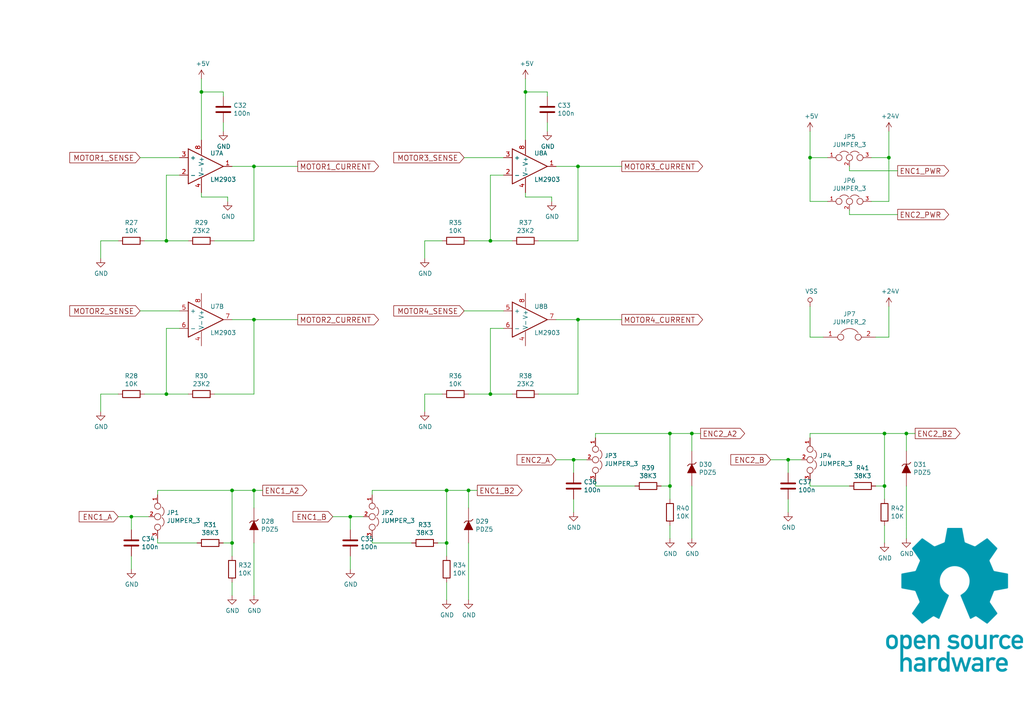
<source format=kicad_sch>
(kicad_sch (version 20231120) (generator "eeschema") (generator_version "8.0")
  (paper "A4")
  (title_block (title "Acondicionamiento señales") (date "2016-08-18") (rev "V.0.1") (company "ATMEGA328-Motor-Board") (comment 2 "Creada por Antonio Morales") (comment 3 "Documentación en https://github.com/AntonioMR/ATMEGA328-Motor-Board") (comment 4 "ATMEGA328-Motor-Board"))
  (lib_symbols
    (symbol "ATMEGA328_Motor_Board-rescue:+24V" (power) (pin_names (offset 0))
      (property "Value" "+24V" (at 0 3.556 0))
      (symbol "+24V_0_1"
        (polyline (pts (xy -0.762 1.27) (xy 0 2.54)))
        (polyline (pts (xy 0 0) (xy 0 2.54)))
        (polyline (pts (xy 0 2.54) (xy 0.762 1.27)))
      )
      (symbol "+24V_1_1"
        (pin power_in line (at 0 0 90) (length 0) hide (name "+24V") (number "1"))
      )
    )
    (symbol "ATMEGA328_Motor_Board-rescue:+5V" (power) (pin_names (offset 0))
      (property "Value" "+5V" (at 0 3.556 0))
      (symbol "+5V_0_1"
        (polyline (pts (xy -0.762 1.27) (xy 0 2.54)))
        (polyline (pts (xy 0 0) (xy 0 2.54)))
        (polyline (pts (xy 0 2.54) (xy 0.762 1.27)))
      )
      (symbol "+5V_1_1"
        (pin power_in line (at 0 0 90) (length 0) hide (name "+5V") (number "1"))
      )
    )
    (symbol "ATMEGA328_Motor_Board-rescue:C" (pin_numbers hide) (pin_names (offset 0.254))
      (property "Reference" "C" (at 0.635 2.54 0))
      (property "Value" "C" (at 0.635 -2.54 0))
      (symbol "C_0_1"
        (polyline (pts (xy -2.032 -0.762) (xy 2.032 -0.762)) (stroke (width 0.508)))
        (polyline (pts (xy -2.032 0.762) (xy 2.032 0.762)) (stroke (width 0.508)))
      )
      (symbol "C_1_1"
        (pin passive line (at 0 3.81 270) (length 2.794) (name "~") (number "1"))
        (pin passive line (at 0 -3.81 90) (length 2.794) (name "~") (number "2"))
      )
    )
    (symbol "ATMEGA328_Motor_Board-rescue:D_OPAM"
      (property "Reference" "U" (at 1.27 5.08 0))
      (property "Value" "D_OPAM" (at 1.27 -5.08 0))
      (symbol "D_OPAM_0_1"
        (polyline (pts (xy -3.81 5.08) (xy 6.35 0) (xy -3.81 -5.08) (xy -3.81 5.08)) (stroke (width 0.254)))
        (pin power_in line (at 0 -7.62 90) (length 4.191) (name "V-") (number "4"))
        (pin power_in line (at 0 7.62 270) (length 4.191) (name "V+") (number "8"))
      )
      (symbol "D_OPAM_1_1"
        (pin output line (at 8.89 0 180) (length 2.54) (name "~") (number "1"))
        (pin input line (at -6.35 -2.54 0) (length 2.54) (name "-") (number "2"))
        (pin input line (at -6.35 2.54 0) (length 2.54) (name "+") (number "3"))
      )
      (symbol "D_OPAM_2_1"
        (pin input line (at -6.35 2.54 0) (length 2.54) (name "+") (number "5"))
        (pin input line (at -6.35 -2.54 0) (length 2.54) (name "-") (number "6"))
        (pin output line (at 8.89 0 180) (length 2.54) (name "~") (number "7"))
      )
    )
    (symbol "ATMEGA328_Motor_Board-rescue:GND" (power) (pin_names (offset 0))
      (property "Value" "GND" (at 0 -3.81 0))
      (symbol "GND_0_1"
        (polyline (pts (xy 0 0) (xy 0 -1.27) (xy 1.27 -1.27) (xy 0 -2.54) (xy -1.27 -1.27) (xy 0 -1.27)))
      )
      (symbol "GND_1_1"
        (pin power_in line (at 0 0 270) (length 0) hide (name "GND") (number "1"))
      )
    )
    (symbol "ATMEGA328_Motor_Board-rescue:JUMPER_2" (pin_names (offset 0.762) hide)
      (property "Reference" "JP" (at 0 3.81 0))
      (property "Value" "JUMPER_2" (at 0 -2.032 0))
      (symbol "JUMPER_2_0_1"
        (circle (center -2.54 0) (radius 0.889))
        (arc (start 2.5146 1.27) (mid 0.0078 2.5097) (end -2.4892 1.27))
        (circle (center 2.54 0) (radius 0.889))
        (pin passive line (at -7.62 0 0) (length 4.191) (name "1") (number "1"))
        (pin passive line (at 7.62 0 180) (length 4.191) (name "2") (number "2"))
      )
    )
    (symbol "ATMEGA328_Motor_Board-rescue:JUMPER_3" (pin_names (offset 0.762) hide)
      (property "Reference" "JP" (at 1.27 -2.54 0))
      (property "Value" "JUMPER_3" (at 0 2.54 0))
      (symbol "JUMPER_3_0_1"
        (circle (center -3.048 0) (radius 0.889))
        (arc (start -0.254 1.27) (mid -1.524 1.8804) (end -2.794 1.27))
        (circle (center 0 0) (radius 0.9144))
        (arc (start 2.794 1.27) (mid 1.524 1.8804) (end 0.254 1.27))
        (circle (center 3.048 0) (radius 0.889))
        (pin passive line (at -6.35 0 0) (length 2.413) (name "1") (number "1"))
        (pin passive line (at 0 -2.54 90) (length 1.524) (name "2") (number "2"))
        (pin passive line (at 6.35 0 180) (length 2.413) (name "3") (number "3"))
      )
    )
    (symbol "ATMEGA328_Motor_Board-rescue:R" (pin_numbers hide) (pin_names (offset 0))
      (property "Reference" "R" (at 2.032 0 90))
      (property "Value" "R" (at 0 0 90))
      (symbol "R_0_1"
        (rectangle (start -1.016 -2.54) (end 1.016 2.54) (stroke (width 0.254)))
      )
      (symbol "R_1_1"
        (pin passive line (at 0 3.81 270) (length 1.27) (name "~") (number "1"))
        (pin passive line (at 0 -3.81 90) (length 1.27) (name "~") (number "2"))
      )
    )
    (symbol "ATMEGA328_Motor_Board-rescue:VSS" (power) (pin_names (offset 0))
      (property "Value" "VSS" (at 0 3.81 0))
      (symbol "VSS_0_1"
        (polyline (pts (xy 0 0) (xy 0 1.27)))
        (circle (center 0 1.905) (radius 0.635))
      )
      (symbol "VSS_1_1"
        (pin power_in line (at 0 0 90) (length 0) hide (name "VSS") (number "1"))
      )
    )
    (symbol "ATMEGA328_Motor_Board-rescue:ZENER" (pin_numbers hide) (pin_names (offset 1.016) hide)
      (property "Reference" "D" (at 0 2.54 0))
      (property "Value" "ZENER" (at 0 -2.54 0))
      (symbol "ZENER_0_1"
        (polyline (pts (xy -1.778 1.27) (xy -1.27 0.762) (xy -1.27 -0.762) (xy -0.762 -1.27) (xy -0.762 -1.27)) (stroke (width 0.2032)))
        (polyline (pts (xy -1.27 0) (xy 1.27 1.27) (xy 1.27 -1.27) (xy -1.27 0) (xy -1.27 0)) (fill (type outline)))
      )
      (symbol "ZENER_1_1"
        (pin passive line (at -5.08 0 0) (length 3.81) (name "K") (number "1"))
        (pin passive line (at 5.08 0 180) (length 3.81) (name "A") (number "2"))
      )
    )
  )
  (junction (at 200.66 125.73))
  (junction (at 257.81 45.72))
  (junction (at 67.31 142.24))
  (junction (at 73.66 142.24))
  (junction (at 142.24 69.85))
  (junction (at 194.31 125.73))
  (junction (at 73.66 48.26))
  (junction (at 152.4 26.67))
  (junction (at 167.64 92.71))
  (junction (at 38.1 149.86))
  (junction (at 142.24 114.3))
  (junction (at 135.89 142.24))
  (junction (at 167.64 48.26))
  (junction (at 129.54 142.24))
  (junction (at 194.31 140.97))
  (junction (at 262.89 125.73))
  (junction (at 48.26 69.85))
  (junction (at 67.31 157.48))
  (junction (at 234.95 45.72))
  (junction (at 101.6 149.86))
  (junction (at 228.6 133.35))
  (junction (at 58.42 26.67))
  (junction (at 256.54 125.73))
  (junction (at 166.37 133.35))
  (junction (at 256.54 140.97))
  (junction (at 129.54 157.48))
  (junction (at 73.66 92.71))
  (junction (at 48.26 114.3))
  (wire (pts (xy 107.95 143.51) (xy 107.95 142.24)))
  (wire (pts (xy 256.54 157.48) (xy 256.54 152.4)))
  (wire (pts (xy 41.91 114.3) (xy 48.26 114.3)))
  (wire (pts (xy 246.38 49.53) (xy 260.35 49.53)))
  (wire (pts (xy 48.26 50.8) (xy 52.07 50.8)))
  (wire (pts (xy 146.05 45.72) (xy 134.62 45.72)))
  (wire (pts (xy 161.29 133.35) (xy 166.37 133.35)))
  (wire (pts (xy 52.07 45.72) (xy 40.64 45.72)))
  (wire (pts (xy 67.31 142.24) (xy 67.31 157.48)))
  (wire (pts (xy 41.91 69.85) (xy 48.26 69.85)))
  (wire (pts (xy 166.37 137.16) (xy 166.37 133.35)))
  (wire (pts (xy 152.4 26.67) (xy 152.4 40.64)))
  (wire (pts (xy 200.66 130.81) (xy 200.66 125.73)))
  (wire (pts (xy 73.66 157.48) (xy 73.66 172.72)))
  (wire (pts (xy 166.37 148.59) (xy 166.37 144.78)))
  (wire (pts (xy 234.95 127) (xy 234.95 125.73)))
  (wire (pts (xy 73.66 48.26) (xy 73.66 69.85)))
  (wire (pts (xy 167.64 92.71) (xy 180.34 92.71)))
  (wire (pts (xy 58.42 57.15) (xy 66.04 57.15)))
  (wire (pts (xy 158.75 35.56) (xy 158.75 38.1)))
  (wire (pts (xy 107.95 157.48) (xy 119.38 157.48)))
  (wire (pts (xy 262.89 130.81) (xy 262.89 125.73)))
  (wire (pts (xy 257.81 58.42) (xy 252.73 58.42)))
  (wire (pts (xy 167.64 92.71) (xy 167.64 114.3)))
  (wire (pts (xy 73.66 114.3) (xy 62.23 114.3)))
  (wire (pts (xy 160.02 57.15) (xy 160.02 58.42)))
  (wire (pts (xy 167.64 48.26) (xy 180.34 48.26)))
  (wire (pts (xy 135.89 142.24) (xy 138.43 142.24)))
  (wire (pts (xy 152.4 57.15) (xy 160.02 57.15)))
  (wire (pts (xy 123.19 114.3) (xy 123.19 119.38)))
  (wire (pts (xy 234.95 140.97) (xy 234.95 139.7)))
  (wire (pts (xy 158.75 27.94) (xy 158.75 26.67)))
  (wire (pts (xy 158.75 26.67) (xy 152.4 26.67)))
  (wire (pts (xy 29.21 114.3) (xy 34.29 114.3)))
  (wire (pts (xy 234.95 58.42) (xy 240.03 58.42)))
  (wire (pts (xy 228.6 137.16) (xy 228.6 133.35)))
  (wire (pts (xy 45.72 157.48) (xy 57.15 157.48)))
  (wire (pts (xy 240.03 45.72) (xy 234.95 45.72)))
  (wire (pts (xy 234.95 140.97) (xy 246.38 140.97)))
  (wire (pts (xy 172.72 127) (xy 172.72 125.73)))
  (wire (pts (xy 38.1 149.86) (xy 43.18 149.86)))
  (wire (pts (xy 73.66 48.26) (xy 86.36 48.26)))
  (wire (pts (xy 167.64 48.26) (xy 167.64 69.85)))
  (wire (pts (xy 101.6 165.1) (xy 101.6 161.29)))
  (wire (pts (xy 66.04 57.15) (xy 66.04 58.42)))
  (wire (pts (xy 129.54 157.48) (xy 127 157.48)))
  (wire (pts (xy 238.76 97.79) (xy 234.95 97.79)))
  (wire (pts (xy 67.31 157.48) (xy 64.77 157.48)))
  (wire (pts (xy 48.26 69.85) (xy 48.26 50.8)))
  (wire (pts (xy 101.6 149.86) (xy 105.41 149.86)))
  (wire (pts (xy 135.89 157.48) (xy 135.89 173.99)))
  (wire (pts (xy 172.72 140.97) (xy 172.72 139.7)))
  (wire (pts (xy 252.73 45.72) (xy 257.81 45.72)))
  (wire (pts (xy 123.19 69.85) (xy 123.19 74.93)))
  (wire (pts (xy 142.24 69.85) (xy 142.24 50.8)))
  (wire (pts (xy 129.54 173.99) (xy 129.54 168.91)))
  (wire (pts (xy 167.64 114.3) (xy 156.21 114.3)))
  (wire (pts (xy 38.1 165.1) (xy 38.1 161.29)))
  (wire (pts (xy 67.31 92.71) (xy 73.66 92.71)))
  (wire (pts (xy 64.77 35.56) (xy 64.77 38.1)))
  (wire (pts (xy 257.81 88.9) (xy 257.81 97.79)))
  (wire (pts (xy 146.05 90.17) (xy 134.62 90.17)))
  (wire (pts (xy 257.81 45.72) (xy 257.81 58.42)))
  (wire (pts (xy 142.24 69.85) (xy 148.59 69.85)))
  (wire (pts (xy 142.24 50.8) (xy 146.05 50.8)))
  (wire (pts (xy 194.31 125.73) (xy 194.31 140.97)))
  (wire (pts (xy 223.52 133.35) (xy 228.6 133.35)))
  (wire (pts (xy 142.24 95.25) (xy 146.05 95.25)))
  (wire (pts (xy 228.6 133.35) (xy 232.41 133.35)))
  (wire (pts (xy 67.31 157.48) (xy 67.31 161.29)))
  (wire (pts (xy 73.66 142.24) (xy 76.2 142.24)))
  (wire (pts (xy 246.38 62.23) (xy 260.35 62.23)))
  (wire (pts (xy 152.4 55.88) (xy 152.4 57.15)))
  (wire (pts (xy 167.64 69.85) (xy 156.21 69.85)))
  (wire (pts (xy 194.31 152.4) (xy 194.31 156.21)))
  (wire (pts (xy 67.31 142.24) (xy 73.66 142.24)))
  (wire (pts (xy 48.26 114.3) (xy 54.61 114.3)))
  (wire (pts (xy 107.95 157.48) (xy 107.95 156.21)))
  (wire (pts (xy 123.19 114.3) (xy 128.27 114.3)))
  (wire (pts (xy 45.72 157.48) (xy 45.72 156.21)))
  (wire (pts (xy 45.72 143.51) (xy 45.72 142.24)))
  (wire (pts (xy 262.89 125.73) (xy 265.43 125.73)))
  (wire (pts (xy 257.81 38.1) (xy 257.81 45.72)))
  (wire (pts (xy 135.89 147.32) (xy 135.89 142.24)))
  (wire (pts (xy 58.42 22.86) (xy 58.42 26.67)))
  (wire (pts (xy 29.21 114.3) (xy 29.21 119.38)))
  (wire (pts (xy 234.95 38.1) (xy 234.95 45.72)))
  (wire (pts (xy 256.54 125.73) (xy 262.89 125.73)))
  (wire (pts (xy 48.26 95.25) (xy 52.07 95.25)))
  (wire (pts (xy 142.24 114.3) (xy 148.59 114.3)))
  (wire (pts (xy 246.38 48.26) (xy 246.38 49.53)))
  (wire (pts (xy 45.72 142.24) (xy 67.31 142.24)))
  (wire (pts (xy 129.54 157.48) (xy 129.54 161.29)))
  (wire (pts (xy 64.77 26.67) (xy 58.42 26.67)))
  (wire (pts (xy 64.77 27.94) (xy 64.77 26.67)))
  (wire (pts (xy 34.29 149.86) (xy 38.1 149.86)))
  (wire (pts (xy 73.66 92.71) (xy 86.36 92.71)))
  (wire (pts (xy 234.95 45.72) (xy 234.95 58.42)))
  (wire (pts (xy 29.21 69.85) (xy 29.21 74.93)))
  (wire (pts (xy 142.24 114.3) (xy 142.24 95.25)))
  (wire (pts (xy 135.89 114.3) (xy 142.24 114.3)))
  (wire (pts (xy 129.54 142.24) (xy 129.54 157.48)))
  (wire (pts (xy 52.07 90.17) (xy 40.64 90.17)))
  (wire (pts (xy 234.95 125.73) (xy 256.54 125.73)))
  (wire (pts (xy 38.1 153.67) (xy 38.1 149.86)))
  (wire (pts (xy 48.26 69.85) (xy 54.61 69.85)))
  (wire (pts (xy 256.54 140.97) (xy 256.54 144.78)))
  (wire (pts (xy 161.29 92.71) (xy 167.64 92.71)))
  (wire (pts (xy 161.29 48.26) (xy 167.64 48.26)))
  (wire (pts (xy 135.89 69.85) (xy 142.24 69.85)))
  (wire (pts (xy 200.66 140.97) (xy 200.66 156.21)))
  (wire (pts (xy 129.54 142.24) (xy 135.89 142.24)))
  (wire (pts (xy 194.31 125.73) (xy 200.66 125.73)))
  (wire (pts (xy 262.89 156.21) (xy 262.89 140.97)))
  (wire (pts (xy 123.19 69.85) (xy 128.27 69.85)))
  (wire (pts (xy 200.66 125.73) (xy 203.2 125.73)))
  (wire (pts (xy 48.26 114.3) (xy 48.26 95.25)))
  (wire (pts (xy 256.54 140.97) (xy 254 140.97)))
  (wire (pts (xy 246.38 60.96) (xy 246.38 62.23)))
  (wire (pts (xy 107.95 142.24) (xy 129.54 142.24)))
  (wire (pts (xy 194.31 140.97) (xy 191.77 140.97)))
  (wire (pts (xy 67.31 168.91) (xy 67.31 172.72)))
  (wire (pts (xy 256.54 125.73) (xy 256.54 140.97)))
  (wire (pts (xy 101.6 153.67) (xy 101.6 149.86)))
  (wire (pts (xy 257.81 97.79) (xy 254 97.79)))
  (wire (pts (xy 194.31 140.97) (xy 194.31 144.78)))
  (wire (pts (xy 234.95 97.79) (xy 234.95 88.9)))
  (wire (pts (xy 58.42 55.88) (xy 58.42 57.15)))
  (wire (pts (xy 73.66 92.71) (xy 73.66 114.3)))
  (wire (pts (xy 58.42 26.67) (xy 58.42 40.64)))
  (wire (pts (xy 73.66 147.32) (xy 73.66 142.24)))
  (wire (pts (xy 152.4 22.86) (xy 152.4 26.67)))
  (wire (pts (xy 73.66 69.85) (xy 62.23 69.85)))
  (wire (pts (xy 166.37 133.35) (xy 170.18 133.35)))
  (wire (pts (xy 96.52 149.86) (xy 101.6 149.86)))
  (wire (pts (xy 29.21 69.85) (xy 34.29 69.85)))
  (wire (pts (xy 228.6 148.59) (xy 228.6 144.78)))
  (wire (pts (xy 172.72 140.97) (xy 184.15 140.97)))
  (wire (pts (xy 67.31 48.26) (xy 73.66 48.26)))
  (wire (pts (xy 172.72 125.73) (xy 194.31 125.73)))
  (image (at 276.86 173.99) (scale 1.32))
  (global_label "ENC1_B" (shape input) (at 96.52 149.86 180) (effects (font (size 1.524 1.524))) (property "Intersheetrefs" "${INTERSHEET_REFS}" (effects (hide yes))))
  (global_label "MOTOR3_SENSE" (shape input) (at 134.62 45.72 180) (effects (font (size 1.524 1.524))) (property "Intersheetrefs" "${INTERSHEET_REFS}" (effects (hide yes))))
  (global_label "ENC1_A2" (shape output) (at 76.2 142.24 0) (effects (font (size 1.524 1.524))) (property "Intersheetrefs" "${INTERSHEET_REFS}" (effects (hide yes))))
  (global_label "ENC2_A2" (shape output) (at 203.2 125.73 0) (effects (font (size 1.524 1.524))) (property "Intersheetrefs" "${INTERSHEET_REFS}" (effects (hide yes))))
  (global_label "MOTOR4_CURRENT" (shape output) (at 180.34 92.71 0) (effects (font (size 1.524 1.524))) (property "Intersheetrefs" "${INTERSHEET_REFS}" (effects (hide yes))))
  (global_label "MOTOR3_CURRENT" (shape output) (at 180.34 48.26 0) (effects (font (size 1.524 1.524))) (property "Intersheetrefs" "${INTERSHEET_REFS}" (effects (hide yes))))
  (global_label "ENC1_A" (shape input) (at 34.29 149.86 180) (effects (font (size 1.524 1.524))) (property "Intersheetrefs" "${INTERSHEET_REFS}" (effects (hide yes))))
  (global_label "MOTOR2_CURRENT" (shape output) (at 86.36 92.71 0) (effects (font (size 1.524 1.524))) (property "Intersheetrefs" "${INTERSHEET_REFS}" (effects (hide yes))))
  (global_label "ENC2_B2" (shape output) (at 265.43 125.73 0) (effects (font (size 1.524 1.524))) (property "Intersheetrefs" "${INTERSHEET_REFS}" (effects (hide yes))))
  (global_label "ENC2_PWR" (shape output) (at 260.35 62.23 0) (effects (font (size 1.524 1.524))) (property "Intersheetrefs" "${INTERSHEET_REFS}" (effects (hide yes))))
  (global_label "ENC2_B" (shape input) (at 223.52 133.35 180) (effects (font (size 1.524 1.524))) (property "Intersheetrefs" "${INTERSHEET_REFS}" (effects (hide yes))))
  (global_label "MOTOR1_SENSE" (shape input) (at 40.64 45.72 180) (effects (font (size 1.524 1.524))) (property "Intersheetrefs" "${INTERSHEET_REFS}" (effects (hide yes))))
  (global_label "ENC2_A" (shape input) (at 161.29 133.35 180) (effects (font (size 1.524 1.524))) (property "Intersheetrefs" "${INTERSHEET_REFS}" (effects (hide yes))))
  (global_label "ENC1_B2" (shape output) (at 138.43 142.24 0) (effects (font (size 1.524 1.524))) (property "Intersheetrefs" "${INTERSHEET_REFS}" (effects (hide yes))))
  (global_label "MOTOR2_SENSE" (shape input) (at 40.64 90.17 180) (effects (font (size 1.524 1.524))) (property "Intersheetrefs" "${INTERSHEET_REFS}" (effects (hide yes))))
  (global_label "ENC1_PWR" (shape output) (at 260.35 49.53 0) (effects (font (size 1.524 1.524))) (property "Intersheetrefs" "${INTERSHEET_REFS}" (effects (hide yes))))
  (global_label "MOTOR1_CURRENT" (shape output) (at 86.36 48.26 0) (effects (font (size 1.524 1.524))) (property "Intersheetrefs" "${INTERSHEET_REFS}" (effects (hide yes))))
  (global_label "MOTOR4_SENSE" (shape input) (at 134.62 90.17 180) (effects (font (size 1.524 1.524))) (property "Intersheetrefs" "${INTERSHEET_REFS}" (effects (hide yes))))
  (symbol (lib_id "ATMEGA328_Motor_Board-rescue:D_OPAM") (at 58.42 48.26 0) (unit 1)
    (property "Reference" "U7" (at 60.96 44.45 0) (effects (justify left)))
    (property "Value" "LM2903" (at 60.96 52.07 0) (effects (justify left)))
    (property "Footprint" "Housings_SSOP:TSSOP-8_4.4x3mm_Pitch0.65mm" (effects (hide yes)))
    (property "Fabricante" "ti" (effects (hide yes)))
    (property "Ref" "LM2903PWR" (effects (hide yes)))
    (property "Provedor" "tme" (effects (hide yes)))
    (property "Ref_Proveedor" "LM2903PWR" (effects (hide yes)))
  )
  (symbol (lib_id "ATMEGA328_Motor_Board-rescue:R") (at 58.42 69.85 270) (unit 1)
    (property "Reference" "R29" (at 58.42 64.5922 90))
    (property "Value" "23K2" (at 58.42 66.9036 90))
    (property "Footprint" "Resistors_SMD:R_0805" (effects (hide yes)))
    (property "Fabricante" "VISHAY" (effects (hide yes)))
    (property "Ref" "CRCW080523K2FKTABC" (effects (hide yes)))
    (property "Provedor" "tme" (effects (hide yes)))
    (property "Ref_Proveedor" "CRCW080523K2FKTABC" (effects (hide yes)))
  )
  (symbol (lib_id "ATMEGA328_Motor_Board-rescue:R") (at 38.1 69.85 270) (unit 1)
    (property "Reference" "R27" (at 38.1 64.5922 90))
    (property "Value" "10K" (at 38.1 66.9036 90))
    (property "Footprint" "Resistors_SMD:R_0805" (effects (hide yes)))
    (property "Fabricante" "vishay" (effects (hide yes)))
    (property "Ref" "CRCW080510K0FKEA" (effects (hide yes)))
    (property "Potencia" "0.125W" (effects (hide yes)))
    (property "Tolerancia" "1%" (effects (hide yes)))
    (property "Provedor" "tme" (effects (hide yes)))
    (property "Ref_Proveedor" "CRCW080510K0FKEA" (effects (hide yes)))
  )
  (symbol (lib_id "ATMEGA328_Motor_Board-rescue:GND") (at 29.21 74.93 0) (unit 1)
    (property "Reference" "#PWR082" (effects (hide yes)))
    (property "Value" "GND" (at 29.337 79.3242 0))
  )
  (symbol (lib_id "ATMEGA328_Motor_Board-rescue:R") (at 58.42 114.3 270) (unit 1)
    (property "Reference" "R30" (at 58.42 109.0422 90))
    (property "Value" "23K2" (at 58.42 111.3536 90))
    (property "Footprint" "Resistors_SMD:R_0805" (effects (hide yes)))
    (property "Fabricante" "VISHAY" (effects (hide yes)))
    (property "Ref" "CRCW080523K2FKTABC" (effects (hide yes)))
    (property "Provedor" "tme" (effects (hide yes)))
    (property "Ref_Proveedor" "CRCW080523K2FKTABC" (effects (hide yes)))
  )
  (symbol (lib_id "ATMEGA328_Motor_Board-rescue:R") (at 38.1 114.3 270) (unit 1)
    (property "Reference" "R28" (at 38.1 109.0422 90))
    (property "Value" "10K" (at 38.1 111.3536 90))
    (property "Footprint" "Resistors_SMD:R_0805" (effects (hide yes)))
    (property "Fabricante" "vishay" (effects (hide yes)))
    (property "Ref" "CRCW080510K0FKEA" (effects (hide yes)))
    (property "Potencia" "0.125W" (effects (hide yes)))
    (property "Tolerancia" "1%" (effects (hide yes)))
    (property "Provedor" "tme" (effects (hide yes)))
    (property "Ref_Proveedor" "CRCW080510K0FKEA" (effects (hide yes)))
  )
  (symbol (lib_id "ATMEGA328_Motor_Board-rescue:GND") (at 29.21 119.38 0) (unit 1)
    (property "Reference" "#PWR083" (effects (hide yes)))
    (property "Value" "GND" (at 29.337 123.7742 0))
  )
  (symbol (lib_id "ATMEGA328_Motor_Board-rescue:D_OPAM") (at 58.42 92.71 0) (unit 2)
    (property "Reference" "U7" (at 60.96 88.9 0) (effects (justify left)))
    (property "Value" "LM2903" (at 60.96 96.52 0) (effects (justify left)))
    (property "Footprint" "Housings_SSOP:TSSOP-8_4.4x3mm_Pitch0.65mm" (effects (hide yes)))
    (property "Fabricante" "ti" (effects (hide yes)))
    (property "Provedor" "tme" (effects (hide yes)))
    (property "Ref_Proveedor" "LM2903PWR" (effects (hide yes)))
  )
  (symbol (lib_id "ATMEGA328_Motor_Board-rescue:C") (at 64.77 31.75 0) (unit 1)
    (property "Reference" "C32" (at 67.691 30.5816 0) (effects (justify left)))
    (property "Value" "100n" (at 67.691 32.893 0) (effects (justify left)))
    (property "Footprint" "Capacitors_SMD:C_0805" (effects (hide yes)))
    (property "Fabricante" "avx" (effects (hide yes)))
    (property "Ref" "08055C104K4T2A" (effects (hide yes)))
    (property "Ref_Proveedor" "tme" (effects (hide yes)))
    (property "tme" "08055C104K4T2A" (effects (hide yes)))
  )
  (symbol (lib_id "ATMEGA328_Motor_Board-rescue:GND") (at 66.04 58.42 0) (unit 1)
    (property "Reference" "#PWR084" (effects (hide yes)))
    (property "Value" "GND" (at 66.167 62.8142 0))
  )
  (symbol (lib_id "ATMEGA328_Motor_Board-rescue:GND") (at 64.77 38.1 0) (unit 1)
    (property "Reference" "#PWR085" (effects (hide yes)))
    (property "Value" "GND" (at 64.897 42.4942 0))
  )
  (symbol (lib_id "ATMEGA328_Motor_Board-rescue:+5V") (at 58.42 22.86 0) (unit 1)
    (property "Reference" "#PWR086" (effects (hide yes)))
    (property "Value" "+5V" (at 58.801 18.4658 0))
  )
  (symbol (lib_id "ATMEGA328_Motor_Board-rescue:+24V") (at 257.81 38.1 0) (unit 1)
    (property "Reference" "#PWR0101" (effects (hide yes)))
    (property "Value" "+24V" (at 258.191 33.7058 0))
  )
  (symbol (lib_id "ATMEGA328_Motor_Board-rescue:JUMPER_2") (at 246.38 97.79 0) (unit 1)
    (property "Reference" "JP7" (at 246.38 91.0844 0))
    (property "Value" "JUMPER_2" (at 246.38 93.3958 0))
    (property "Footprint" "Pin_Headers:Pin_Header_Straight_1x02" (effects (hide yes)))
    (property "Fabricante" "NINIGI" (effects (hide yes)))
    (property "Ref" "JUMPER-B" (effects (hide yes)))
    (property "Provedor" "tme" (effects (hide yes)))
    (property "Ref_Proveedor" "JUMPER-B" (effects (hide yes)))
  )
  (symbol (lib_id "ATMEGA328_Motor_Board-rescue:VSS") (at 234.95 88.9 0) (unit 1)
    (property "Reference" "#PWR0102" (effects (hide yes)))
    (property "Value" "VSS" (at 235.3818 84.5058 0))
  )
  (symbol (lib_id "ATMEGA328_Motor_Board-rescue:+24V") (at 257.81 88.9 0) (unit 1)
    (property "Reference" "#PWR0103" (effects (hide yes)))
    (property "Value" "+24V" (at 258.191 84.5058 0))
  )
  (symbol (lib_id "ATMEGA328_Motor_Board-rescue:D_OPAM") (at 152.4 48.26 0) (unit 1)
    (property "Reference" "U8" (at 154.94 44.45 0) (effects (justify left)))
    (property "Value" "LM2903" (at 154.94 52.07 0) (effects (justify left)))
    (property "Footprint" "Housings_SSOP:TSSOP-8_4.4x3mm_Pitch0.65mm" (effects (hide yes)))
    (property "Fabricante" "ti" (effects (hide yes)))
    (property "Ref" "LM2903PWR" (effects (hide yes)))
    (property "Provedor" "tme" (effects (hide yes)))
    (property "Ref_Proveedor" "LM2903PWR" (effects (hide yes)))
  )
  (symbol (lib_id "ATMEGA328_Motor_Board-rescue:R") (at 152.4 69.85 270) (unit 1)
    (property "Reference" "R37" (at 152.4 64.5922 90))
    (property "Value" "23K2" (at 152.4 66.9036 90))
    (property "Footprint" "Resistors_SMD:R_0805" (effects (hide yes)))
    (property "Fabricante" "VISHAY" (effects (hide yes)))
    (property "Ref" "CRCW080523K2FKTABC" (effects (hide yes)))
    (property "Provedor" "tme" (effects (hide yes)))
    (property "Ref_Proveedor" "CRCW080523K2FKTABC" (effects (hide yes)))
  )
  (symbol (lib_id "ATMEGA328_Motor_Board-rescue:R") (at 132.08 69.85 270) (unit 1)
    (property "Reference" "R35" (at 132.08 64.5922 90))
    (property "Value" "10K" (at 132.08 66.9036 90))
    (property "Footprint" "Resistors_SMD:R_0805" (effects (hide yes)))
    (property "Fabricante" "vishay" (effects (hide yes)))
    (property "Ref" "CRCW080510K0FKEA" (effects (hide yes)))
    (property "Potencia" "0.125W" (effects (hide yes)))
    (property "Tolerancia" "1%" (effects (hide yes)))
    (property "Provedor" "tme" (effects (hide yes)))
    (property "Ref_Proveedor" "CRCW080510K0FKEA" (effects (hide yes)))
  )
  (symbol (lib_id "ATMEGA328_Motor_Board-rescue:GND") (at 123.19 74.93 0) (unit 1)
    (property "Reference" "#PWR087" (effects (hide yes)))
    (property "Value" "GND" (at 123.317 79.3242 0))
  )
  (symbol (lib_id "ATMEGA328_Motor_Board-rescue:R") (at 152.4 114.3 270) (unit 1)
    (property "Reference" "R38" (at 152.4 109.0422 90))
    (property "Value" "23K2" (at 152.4 111.3536 90))
    (property "Footprint" "Resistors_SMD:R_0805" (effects (hide yes)))
    (property "Fabricante" "VISHAY" (effects (hide yes)))
    (property "Ref" "CRCW080523K2FKTABC" (effects (hide yes)))
    (property "Provedor" "tme" (effects (hide yes)))
    (property "Ref_Proveedor" "CRCW080523K2FKTABC" (effects (hide yes)))
  )
  (symbol (lib_id "ATMEGA328_Motor_Board-rescue:R") (at 132.08 114.3 270) (unit 1)
    (property "Reference" "R36" (at 132.08 109.0422 90))
    (property "Value" "10K" (at 132.08 111.3536 90))
    (property "Footprint" "Resistors_SMD:R_0805" (effects (hide yes)))
    (property "Fabricante" "vishay" (effects (hide yes)))
    (property "Ref" "CRCW080510K0FKEA" (effects (hide yes)))
    (property "Potencia" "0.125W" (effects (hide yes)))
    (property "Tolerancia" "1%" (effects (hide yes)))
    (property "Provedor" "tme" (effects (hide yes)))
    (property "Ref_Proveedor" "CRCW080510K0FKEA" (effects (hide yes)))
  )
  (symbol (lib_id "ATMEGA328_Motor_Board-rescue:GND") (at 123.19 119.38 0) (unit 1)
    (property "Reference" "#PWR088" (effects (hide yes)))
    (property "Value" "GND" (at 123.317 123.7742 0))
  )
  (symbol (lib_id "ATMEGA328_Motor_Board-rescue:D_OPAM") (at 152.4 92.71 0) (unit 2)
    (property "Reference" "U8" (at 154.94 88.9 0) (effects (justify left)))
    (property "Value" "LM2903" (at 154.94 96.52 0) (effects (justify left)))
    (property "Footprint" "Housings_SSOP:TSSOP-8_4.4x3mm_Pitch0.65mm" (effects (hide yes)))
    (property "Fabricante" "ti" (effects (hide yes)))
    (property "Provedor" "tme" (effects (hide yes)))
    (property "Ref_Proveedor" "LM2903PWR" (effects (hide yes)))
  )
  (symbol (lib_id "ATMEGA328_Motor_Board-rescue:C") (at 158.75 31.75 0) (unit 1)
    (property "Reference" "C33" (at 161.671 30.5816 0) (effects (justify left)))
    (property "Value" "100n" (at 161.671 32.893 0) (effects (justify left)))
    (property "Footprint" "Capacitors_SMD:C_0805" (effects (hide yes)))
    (property "Fabricante" "avx" (effects (hide yes)))
    (property "Ref" "08055C104K4T2A" (effects (hide yes)))
    (property "Ref_Proveedor" "tme" (effects (hide yes)))
    (property "tme" "08055C104K4T2A" (effects (hide yes)))
  )
  (symbol (lib_id "ATMEGA328_Motor_Board-rescue:GND") (at 160.02 58.42 0) (unit 1)
    (property "Reference" "#PWR089" (effects (hide yes)))
    (property "Value" "GND" (at 160.147 62.8142 0))
  )
  (symbol (lib_id "ATMEGA328_Motor_Board-rescue:GND") (at 158.75 38.1 0) (unit 1)
    (property "Reference" "#PWR090" (effects (hide yes)))
    (property "Value" "GND" (at 158.877 42.4942 0))
  )
  (symbol (lib_id "ATMEGA328_Motor_Board-rescue:+5V") (at 152.4 22.86 0) (unit 1)
    (property "Reference" "#PWR091" (effects (hide yes)))
    (property "Value" "+5V" (at 152.781 18.4658 0))
  )
  (symbol (lib_id "ATMEGA328_Motor_Board-rescue:JUMPER_3") (at 246.38 45.72 0) (unit 1)
    (property "Reference" "JP5" (at 246.38 39.6494 0))
    (property "Value" "JUMPER_3" (at 246.38 41.9608 0))
    (property "Footprint" "Pin_Headers:Pin_Header_Straight_1x03" (effects (hide yes)))
    (property "Fabricante" "NINIGI" (effects (hide yes)))
    (property "Ref" "JUMPER-W" (effects (hide yes)))
    (property "Provedor" "tme" (effects (hide yes)))
    (property "Ref_Proveedor" "JUMPER-W" (effects (hide yes)))
  )
  (symbol (lib_id "ATMEGA328_Motor_Board-rescue:JUMPER_3") (at 246.38 58.42 0) (unit 1)
    (property "Reference" "JP6" (at 246.38 52.3494 0))
    (property "Value" "JUMPER_3" (at 246.38 54.6608 0))
    (property "Footprint" "Pin_Headers:Pin_Header_Straight_1x03" (effects (hide yes)))
    (property "Fabricante" "NINIGI" (effects (hide yes)))
    (property "Ref" "JUMPER-Y" (effects (hide yes)))
    (property "Provedor" "tme" (effects (hide yes)))
    (property "Ref_Proveedor" "JUMPER-Y" (effects (hide yes)))
  )
  (symbol (lib_id "ATMEGA328_Motor_Board-rescue:+5V") (at 234.95 38.1 0) (unit 1)
    (property "Reference" "#PWR092" (effects (hide yes)))
    (property "Value" "+5V" (at 235.331 33.7058 0))
  )
  (symbol (lib_id "ATMEGA328_Motor_Board-rescue:JUMPER_3") (at 45.72 149.86 270) (unit 1)
    (property "Reference" "JP1" (at 48.3108 148.6916 90) (effects (justify left)))
    (property "Value" "JUMPER_3" (at 48.3108 151.003 90) (effects (justify left)))
    (property "Footprint" "Pin_Headers:Pin_Header_Straight_1x03" (effects (hide yes)))
    (property "Fabricante" "NINIGI" (effects (hide yes)))
    (property "Ref" "JUMPER-W" (effects (hide yes)))
    (property "Provedor" "tme" (effects (hide yes)))
    (property "Ref_Proveedor" "JUMPER-W" (effects (hide yes)))
  )
  (symbol (lib_id "ATMEGA328_Motor_Board-rescue:JUMPER_3") (at 107.95 149.86 270) (unit 1)
    (property "Reference" "JP2" (at 110.5408 148.6916 90) (effects (justify left)))
    (property "Value" "JUMPER_3" (at 110.5408 151.003 90) (effects (justify left)))
    (property "Footprint" "Pin_Headers:Pin_Header_Straight_1x03" (effects (hide yes)))
    (property "Fabricante" "NINIGI" (effects (hide yes)))
    (property "Ref" "JUMPER-W" (effects (hide yes)))
    (property "Provedor" "tme" (effects (hide yes)))
    (property "Ref_Proveedor" "JUMPER-W" (effects (hide yes)))
  )
  (symbol (lib_id "ATMEGA328_Motor_Board-rescue:R") (at 60.96 157.48 270) (unit 1)
    (property "Reference" "R31" (at 60.96 152.2222 90))
    (property "Value" "38K3" (at 60.96 154.5336 90))
    (property "Footprint" "Resistors_SMD:R_0805" (effects (hide yes)))
    (property "Fabricante" "VISHAY" (effects (hide yes)))
    (property "Ref" "CRCW080538K3FKTABC" (effects (hide yes)))
    (property "Provedor" "tme" (effects (hide yes)))
    (property "Ref_Proveedor" "CRCW080538K3FKTABC" (effects (hide yes)))
  )
  (symbol (lib_id "ATMEGA328_Motor_Board-rescue:R") (at 123.19 157.48 270) (unit 1)
    (property "Reference" "R33" (at 123.19 152.2222 90))
    (property "Value" "38K3" (at 123.19 154.5336 90))
    (property "Footprint" "Resistors_SMD:R_0805" (effects (hide yes)))
    (property "Fabricante" "VISHAY" (effects (hide yes)))
    (property "Ref" "CRCW080538K3FKTABC" (effects (hide yes)))
    (property "Provedor" "tme" (effects (hide yes)))
    (property "Ref_Proveedor" "CRCW080538K3FKTABC" (effects (hide yes)))
  )
  (symbol (lib_id "ATMEGA328_Motor_Board-rescue:R") (at 67.31 165.1 0) (unit 1)
    (property "Reference" "R32" (at 69.088 163.9316 0) (effects (justify left)))
    (property "Value" "10K" (at 69.088 166.243 0) (effects (justify left)))
    (property "Footprint" "Resistors_SMD:R_0805" (effects (hide yes)))
    (property "Fabricante" "vishay" (effects (hide yes)))
    (property "Ref" "CRCW080510K0FKEA" (effects (hide yes)))
    (property "Potencia" "0.125W" (effects (hide yes)))
    (property "Tolerancia" "1%" (effects (hide yes)))
    (property "Provedor" "tme" (effects (hide yes)))
    (property "Ref_Proveedor" "CRCW080510K0FKEA" (effects (hide yes)))
  )
  (symbol (lib_id "ATMEGA328_Motor_Board-rescue:R") (at 129.54 165.1 0) (unit 1)
    (property "Reference" "R34" (at 131.318 163.9316 0) (effects (justify left)))
    (property "Value" "10K" (at 131.318 166.243 0) (effects (justify left)))
    (property "Footprint" "Resistors_SMD:R_0805" (effects (hide yes)))
    (property "Fabricante" "vishay" (effects (hide yes)))
    (property "Ref" "CRCW080510K0FKEA" (effects (hide yes)))
    (property "Potencia" "0.125W" (effects (hide yes)))
    (property "Tolerancia" "1%" (effects (hide yes)))
    (property "Provedor" "tme" (effects (hide yes)))
    (property "Ref_Proveedor" "CRCW080510K0FKEA" (effects (hide yes)))
  )
  (symbol (lib_id "ATMEGA328_Motor_Board-rescue:GND") (at 129.54 173.99 0) (unit 1)
    (property "Reference" "#PWR093" (effects (hide yes)))
    (property "Value" "GND" (at 129.667 178.3842 0))
  )
  (symbol (lib_id "ATMEGA328_Motor_Board-rescue:GND") (at 67.31 172.72 0) (unit 1)
    (property "Reference" "#PWR094" (effects (hide yes)))
    (property "Value" "GND" (at 67.437 177.1142 0))
  )
  (symbol (lib_id "ATMEGA328_Motor_Board-rescue:JUMPER_3") (at 172.72 133.35 270) (unit 1)
    (property "Reference" "JP3" (at 175.3108 132.1816 90) (effects (justify left)))
    (property "Value" "JUMPER_3" (at 175.3108 134.493 90) (effects (justify left)))
    (property "Footprint" "Pin_Headers:Pin_Header_Straight_1x03" (effects (hide yes)))
    (property "Fabricante" "NINIGI" (effects (hide yes)))
    (property "Ref" "JUMPER-Y" (effects (hide yes)))
    (property "Provedor" "tme" (effects (hide yes)))
    (property "Ref_Proveedor" "JUMPER-Y" (effects (hide yes)))
  )
  (symbol (lib_id "ATMEGA328_Motor_Board-rescue:JUMPER_3") (at 234.95 133.35 270) (unit 1)
    (property "Reference" "JP4" (at 237.5408 132.1816 90) (effects (justify left)))
    (property "Value" "JUMPER_3" (at 237.5408 134.493 90) (effects (justify left)))
    (property "Footprint" "Pin_Headers:Pin_Header_Straight_1x03" (effects (hide yes)))
    (property "Fabricante" "NINIGI" (effects (hide yes)))
    (property "Ref" "JUMPER-W" (effects (hide yes)))
    (property "Provedor" "tme" (effects (hide yes)))
    (property "Ref_Proveedor" "JUMPER-W" (effects (hide yes)))
  )
  (symbol (lib_id "ATMEGA328_Motor_Board-rescue:R") (at 187.96 140.97 270) (unit 1)
    (property "Reference" "R39" (at 187.96 135.7122 90))
    (property "Value" "38K3" (at 187.96 138.0236 90))
    (property "Footprint" "Resistors_SMD:R_0805" (effects (hide yes)))
    (property "Fabricante" "VISHAY" (effects (hide yes)))
    (property "Ref" "CRCW080538K3FKTABC" (effects (hide yes)))
    (property "Provedor" "tme" (effects (hide yes)))
    (property "Ref_Proveedor" "CRCW080538K3FKTABC" (effects (hide yes)))
  )
  (symbol (lib_id "ATMEGA328_Motor_Board-rescue:R") (at 250.19 140.97 270) (unit 1)
    (property "Reference" "R41" (at 250.19 135.7122 90))
    (property "Value" "38K3" (at 250.19 138.0236 90))
    (property "Footprint" "Resistors_SMD:R_0805" (effects (hide yes)))
    (property "Fabricante" "VISHAY" (effects (hide yes)))
    (property "Ref" "CRCW080538K3FKTABC" (effects (hide yes)))
    (property "Provedor" "tme" (effects (hide yes)))
    (property "Ref_Proveedor" "CRCW080538K3FKTABC" (effects (hide yes)))
  )
  (symbol (lib_id "ATMEGA328_Motor_Board-rescue:R") (at 194.31 148.59 0) (unit 1)
    (property "Reference" "R40" (at 196.088 147.4216 0) (effects (justify left)))
    (property "Value" "10K" (at 196.088 149.733 0) (effects (justify left)))
    (property "Footprint" "Resistors_SMD:R_0805" (effects (hide yes)))
    (property "Fabricante" "vishay" (effects (hide yes)))
    (property "Ref" "CRCW080510K0FKEA" (effects (hide yes)))
    (property "Potencia" "0.125W" (effects (hide yes)))
    (property "Tolerancia" "1%" (effects (hide yes)))
    (property "Provedor" "tme" (effects (hide yes)))
    (property "Ref_Proveedor" "CRCW080510K0FKEA" (effects (hide yes)))
  )
  (symbol (lib_id "ATMEGA328_Motor_Board-rescue:R") (at 256.54 148.59 0) (unit 1)
    (property "Reference" "R42" (at 258.318 147.4216 0) (effects (justify left)))
    (property "Value" "10K" (at 258.318 149.733 0) (effects (justify left)))
    (property "Footprint" "Resistors_SMD:R_0805" (effects (hide yes)))
    (property "Fabricante" "vishay" (effects (hide yes)))
    (property "Ref" "CRCW080510K0FKEA" (effects (hide yes)))
    (property "Potencia" "0.125W" (effects (hide yes)))
    (property "Tolerancia" "1%" (effects (hide yes)))
    (property "Provedor" "tme" (effects (hide yes)))
    (property "Ref_Proveedor" "CRCW080510K0FKEA" (effects (hide yes)))
  )
  (symbol (lib_id "ATMEGA328_Motor_Board-rescue:GND") (at 256.54 157.48 0) (unit 1)
    (property "Reference" "#PWR095" (effects (hide yes)))
    (property "Value" "GND" (at 256.667 161.8742 0))
  )
  (symbol (lib_id "ATMEGA328_Motor_Board-rescue:GND") (at 194.31 156.21 0) (unit 1)
    (property "Reference" "#PWR096" (effects (hide yes)))
    (property "Value" "GND" (at 194.437 160.6042 0))
  )
  (symbol (lib_id "ATMEGA328_Motor_Board-rescue:ZENER") (at 262.89 135.89 270) (unit 1)
    (property "Reference" "D31" (at 264.8966 134.7216 90) (effects (justify left)))
    (property "Value" "PDZ5" (at 264.8966 137.033 90) (effects (justify left)))
    (property "Footprint" "Diodos:SOD-323" (effects (hide yes)))
    (property "Fabricante" "NXP" (effects (hide yes)))
    (property "Ref" "PDZ5.1B.115" (effects (hide yes)))
    (property "Potencia" "0,4W" (effects (hide yes)))
    (property "Tolerancia" "5%" (effects (hide yes)))
    (property "Provedor" "tme" (effects (hide yes)))
    (property "Ref_Proveedor" "PDZ5.1B.115" (effects (hide yes)))
  )
  (symbol (lib_id "ATMEGA328_Motor_Board-rescue:ZENER") (at 200.66 135.89 270) (unit 1)
    (property "Reference" "D30" (at 202.6666 134.7216 90) (effects (justify left)))
    (property "Value" "PDZ5" (at 202.6666 137.033 90) (effects (justify left)))
    (property "Footprint" "Diodos:SOD-323" (effects (hide yes)))
    (property "Fabricante" "NXP" (effects (hide yes)))
    (property "Ref" "PDZ5.1B.115" (effects (hide yes)))
    (property "Potencia" "0,4W" (effects (hide yes)))
    (property "Tolerancia" "5%" (effects (hide yes)))
    (property "Provedor" "tme" (effects (hide yes)))
    (property "Ref_Proveedor" "PDZ5.1B.115" (effects (hide yes)))
  )
  (symbol (lib_id "ATMEGA328_Motor_Board-rescue:GND") (at 200.66 156.21 0) (unit 1)
    (property "Reference" "#PWR097" (effects (hide yes)))
    (property "Value" "GND" (at 200.787 160.6042 0))
  )
  (symbol (lib_id "ATMEGA328_Motor_Board-rescue:GND") (at 262.89 156.21 0) (unit 1)
    (property "Reference" "#PWR098" (effects (hide yes)))
    (property "Value" "GND" (at 263.017 160.6042 0))
  )
  (symbol (lib_id "ATMEGA328_Motor_Board-rescue:ZENER") (at 135.89 152.4 270) (unit 1)
    (property "Reference" "D29" (at 137.8966 151.2316 90) (effects (justify left)))
    (property "Value" "PDZ5" (at 137.8966 153.543 90) (effects (justify left)))
    (property "Footprint" "Diodos:SOD-323" (effects (hide yes)))
    (property "Fabricante" "NXP" (effects (hide yes)))
    (property "Ref" "PDZ5.1B.115" (effects (hide yes)))
    (property "Potencia" "0,4W" (effects (hide yes)))
    (property "Tolerancia" "5%" (effects (hide yes)))
    (property "Provedor" "tme" (effects (hide yes)))
    (property "Ref_Proveedor" "PDZ5.1B.115" (effects (hide yes)))
  )
  (symbol (lib_id "ATMEGA328_Motor_Board-rescue:GND") (at 135.89 173.99 0) (unit 1)
    (property "Reference" "#PWR099" (effects (hide yes)))
    (property "Value" "GND" (at 136.017 178.3842 0))
  )
  (symbol (lib_id "ATMEGA328_Motor_Board-rescue:ZENER") (at 73.66 152.4 270) (unit 1)
    (property "Reference" "D28" (at 75.6666 151.2316 90) (effects (justify left)))
    (property "Value" "PDZ5" (at 75.6666 153.543 90) (effects (justify left)))
    (property "Footprint" "Diodos:SOD-323" (effects (hide yes)))
    (property "Fabricante" "NXP" (effects (hide yes)))
    (property "Ref" "PDZ5.1B.115" (effects (hide yes)))
    (property "Potencia" "0,4W" (effects (hide yes)))
    (property "Tolerancia" "5%" (effects (hide yes)))
    (property "Provedor" "tme" (effects (hide yes)))
    (property "Ref_Proveedor" "PDZ5.1B.115" (effects (hide yes)))
  )
  (symbol (lib_id "ATMEGA328_Motor_Board-rescue:GND") (at 73.66 172.72 0) (unit 1)
    (property "Reference" "#PWR0100" (effects (hide yes)))
    (property "Value" "GND" (at 73.787 177.1142 0))
  )
  (symbol (lib_id "ATMEGA328_Motor_Board-rescue:GND") (at 38.1 165.1 0) (unit 1)
    (property "Reference" "#PWR0104" (effects (hide yes)))
    (property "Value" "GND" (at 38.227 169.4942 0))
  )
  (symbol (lib_id "ATMEGA328_Motor_Board-rescue:GND") (at 101.6 165.1 0) (unit 1)
    (property "Reference" "#PWR0105" (effects (hide yes)))
    (property "Value" "GND" (at 101.727 169.4942 0))
  )
  (symbol (lib_id "ATMEGA328_Motor_Board-rescue:GND") (at 166.37 148.59 0) (unit 1)
    (property "Reference" "#PWR0106" (effects (hide yes)))
    (property "Value" "GND" (at 166.497 152.9842 0))
  )
  (symbol (lib_id "ATMEGA328_Motor_Board-rescue:GND") (at 228.6 148.59 0) (unit 1)
    (property "Reference" "#PWR0107" (effects (hide yes)))
    (property "Value" "GND" (at 228.727 152.9842 0))
  )
  (symbol (lib_id "ATMEGA328_Motor_Board-rescue:C") (at 38.1 157.48 0) (unit 1)
    (property "Reference" "C34" (at 41.021 156.3116 0) (effects (justify left)))
    (property "Value" "100n" (at 41.021 158.623 0) (effects (justify left)))
    (property "Footprint" "Capacitors_SMD:C_0805" (effects (hide yes)))
    (property "Fabricante" "avx" (effects (hide yes)))
    (property "Ref" "08055C104K4T2A" (effects (hide yes)))
    (property "Ref_Proveedor" "tme" (effects (hide yes)))
    (property "tme" "08055C104K4T2A" (effects (hide yes)))
  )
  (symbol (lib_id "ATMEGA328_Motor_Board-rescue:C") (at 101.6 157.48 0) (unit 1)
    (property "Reference" "C35" (at 104.521 156.3116 0) (effects (justify left)))
    (property "Value" "100n" (at 104.521 158.623 0) (effects (justify left)))
    (property "Footprint" "Capacitors_SMD:C_0805" (effects (hide yes)))
    (property "Fabricante" "avx" (effects (hide yes)))
    (property "Ref" "08055C104K4T2A" (effects (hide yes)))
    (property "Ref_Proveedor" "tme" (effects (hide yes)))
    (property "tme" "08055C104K4T2A" (effects (hide yes)))
  )
  (symbol (lib_id "ATMEGA328_Motor_Board-rescue:C") (at 166.37 140.97 0) (unit 1)
    (property "Reference" "C36" (at 169.291 139.8016 0) (effects (justify left)))
    (property "Value" "100n" (at 169.291 142.113 0) (effects (justify left)))
    (property "Footprint" "Capacitors_SMD:C_0805" (effects (hide yes)))
    (property "Fabricante" "avx" (effects (hide yes)))
    (property "Ref" "08055C104K4T2A" (effects (hide yes)))
    (property "Ref_Proveedor" "tme" (effects (hide yes)))
    (property "tme" "08055C104K4T2A" (effects (hide yes)))
  )
  (symbol (lib_id "ATMEGA328_Motor_Board-rescue:C") (at 228.6 140.97 0) (unit 1)
    (property "Reference" "C37" (at 231.521 139.8016 0) (effects (justify left)))
    (property "Value" "100n" (at 231.521 142.113 0) (effects (justify left)))
    (property "Footprint" "Capacitors_SMD:C_0805" (effects (hide yes)))
    (property "Fabricante" "avx" (effects (hide yes)))
    (property "Ref" "08055C104K4T2A" (effects (hide yes)))
    (property "Ref_Proveedor" "tme" (effects (hide yes)))
    (property "tme" "08055C104K4T2A" (effects (hide yes)))
  )
)
</source>
